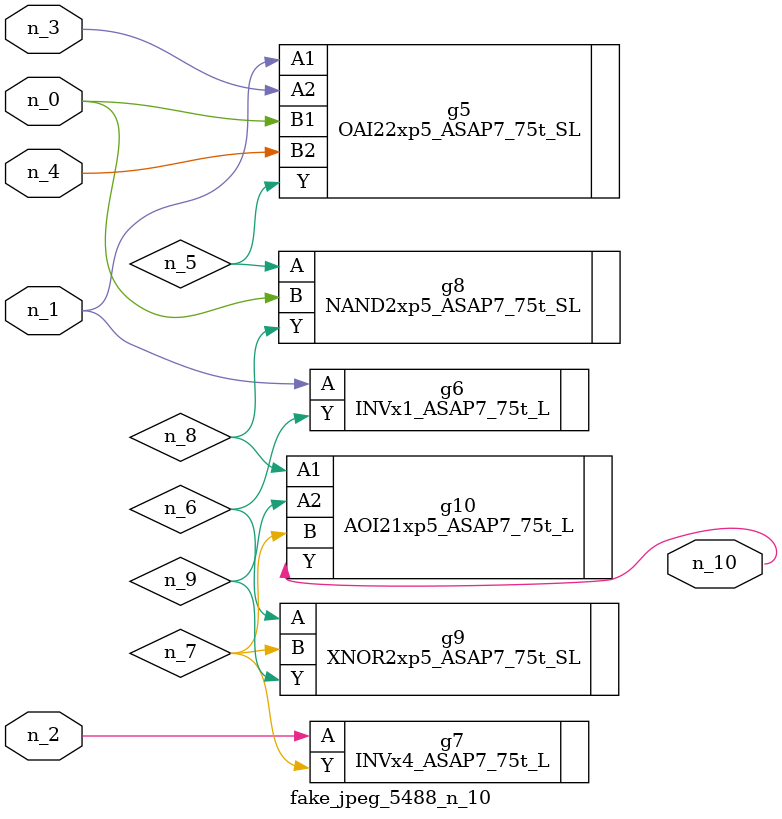
<source format=v>
module fake_jpeg_5488_n_10 (n_3, n_2, n_1, n_0, n_4, n_10);

input n_3;
input n_2;
input n_1;
input n_0;
input n_4;

output n_10;

wire n_8;
wire n_9;
wire n_6;
wire n_5;
wire n_7;

OAI22xp5_ASAP7_75t_SL g5 ( 
.A1(n_1),
.A2(n_3),
.B1(n_0),
.B2(n_4),
.Y(n_5)
);

INVx1_ASAP7_75t_L g6 ( 
.A(n_1),
.Y(n_6)
);

INVx4_ASAP7_75t_L g7 ( 
.A(n_2),
.Y(n_7)
);

NAND2xp5_ASAP7_75t_SL g8 ( 
.A(n_5),
.B(n_0),
.Y(n_8)
);

AOI21xp5_ASAP7_75t_L g10 ( 
.A1(n_8),
.A2(n_9),
.B(n_7),
.Y(n_10)
);

XNOR2xp5_ASAP7_75t_SL g9 ( 
.A(n_6),
.B(n_7),
.Y(n_9)
);


endmodule
</source>
